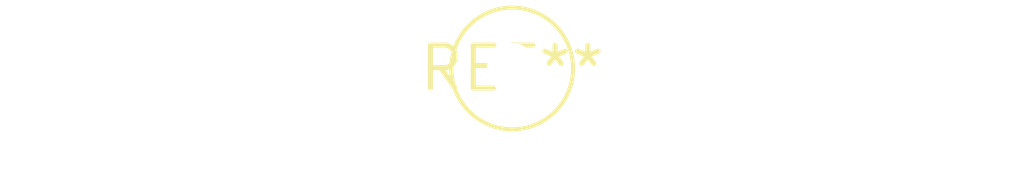
<source format=kicad_pcb>
(kicad_pcb (version 20240108) (generator pcbnew)
  (layers (0 "F.Cu" signal) (31 "B.Cu" signal) (34 "B.Paste" user) (35 "F.Paste" user) (36 "B.SilkS" user "B.Silkscreen") (37 "F.SilkS" user "F.Silkscreen") (38 "B.Mask" user) (39 "F.Mask" user) (44 "Edge.Cuts" user))
  (net 0 "")
  (footprint "Pin_D1.3mm_L11.0mm_LooseFit" (layer "F.Cu") (at 0 0)
    (property "Reference" "REF**")
    (property "Value" "Pin_D1.3mm_L11.0mm_LooseFit")
    (fp_circle (center 0 0) (end 1.8 0.05) (layer "F.SilkS") (stroke (width 0.12)) (fill none))
    (pad "1" thru_hole circle (at 0 0) (size 3 3) (drill 1.5) (layers *.Cu *.Mask) (remove_unused_layers))
  )
)
</source>
